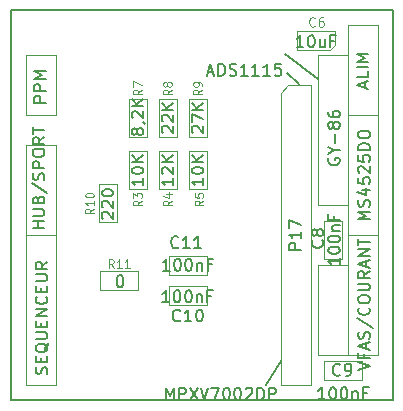
<source format=gbr>
G04 #@! TF.GenerationSoftware,KiCad,Pcbnew,(5.1.5)-3*
G04 #@! TF.CreationDate,2020-06-20T17:59:28+02:00*
G04 #@! TF.ProjectId,openXsensor,6f70656e-5873-4656-9e73-6f722e6b6963,rev?*
G04 #@! TF.SameCoordinates,Original*
G04 #@! TF.FileFunction,Other,Fab,Top*
%FSLAX46Y46*%
G04 Gerber Fmt 4.6, Leading zero omitted, Abs format (unit mm)*
G04 Created by KiCad (PCBNEW (5.1.5)-3) date 2020-06-20 17:59:28*
%MOMM*%
%LPD*%
G04 APERTURE LIST*
%ADD10C,0.150000*%
%ADD11C,0.100000*%
%ADD12C,0.120000*%
%ADD13C,0.105000*%
G04 APERTURE END LIST*
D10*
X132715000Y-82550000D02*
X132715000Y-115570000D01*
X165100000Y-82550000D02*
X132715000Y-82550000D01*
X165100000Y-115570000D02*
X165100000Y-82550000D01*
X132715000Y-115570000D02*
X165100000Y-115570000D01*
X154305000Y-114300000D02*
X155575000Y-112268000D01*
X155956000Y-86233000D02*
X158750000Y-88392000D01*
X156083000Y-87884000D02*
X157099000Y-88773000D01*
D11*
X156982500Y-85890000D02*
X159782500Y-85890000D01*
X159782500Y-85890000D02*
X160182500Y-85490000D01*
X160182500Y-85490000D02*
X160182500Y-84290000D01*
X160182500Y-84290000D02*
X156982500Y-84290000D01*
X156982500Y-84290000D02*
X156982500Y-85890000D01*
X160820000Y-103605000D02*
X159220000Y-103605000D01*
X160820000Y-100405000D02*
X160820000Y-103605000D01*
X159220000Y-100405000D02*
X160820000Y-100405000D01*
X159220000Y-103605000D02*
X159220000Y-100405000D01*
X159285000Y-112230000D02*
X162485000Y-112230000D01*
X162485000Y-112230000D02*
X162485000Y-113830000D01*
X162485000Y-113830000D02*
X159285000Y-113830000D01*
X159285000Y-113830000D02*
X159285000Y-112230000D01*
X149325000Y-105880000D02*
X149325000Y-107480000D01*
X146125000Y-105880000D02*
X149325000Y-105880000D01*
X146125000Y-107480000D02*
X146125000Y-105880000D01*
X149325000Y-107480000D02*
X146125000Y-107480000D01*
X149325000Y-104940000D02*
X146125000Y-104940000D01*
X146125000Y-104940000D02*
X146125000Y-103340000D01*
X146125000Y-103340000D02*
X149325000Y-103340000D01*
X149325000Y-103340000D02*
X149325000Y-104940000D01*
X133985000Y-93980000D02*
X133985000Y-101600000D01*
X133985000Y-101600000D02*
X136525000Y-101600000D01*
X136525000Y-101600000D02*
X136525000Y-93980000D01*
X136525000Y-93980000D02*
X133985000Y-93980000D01*
X133985000Y-86360000D02*
X133985000Y-91440000D01*
X133985000Y-91440000D02*
X136525000Y-91440000D01*
X136525000Y-91440000D02*
X136525000Y-86360000D01*
X136525000Y-86360000D02*
X133985000Y-86360000D01*
X161290000Y-101600000D02*
X161290000Y-111760000D01*
X161290000Y-111760000D02*
X163830000Y-111760000D01*
X163830000Y-111760000D02*
X163830000Y-101600000D01*
X163830000Y-101600000D02*
X161290000Y-101600000D01*
X158750000Y-86360000D02*
X158750000Y-99060000D01*
X158750000Y-99060000D02*
X161290000Y-99060000D01*
X161290000Y-99060000D02*
X161290000Y-86360000D01*
X161290000Y-86360000D02*
X158750000Y-86360000D01*
X161290000Y-83820000D02*
X161290000Y-91440000D01*
X161290000Y-91440000D02*
X163830000Y-91440000D01*
X163830000Y-91440000D02*
X163830000Y-83820000D01*
X163830000Y-83820000D02*
X161290000Y-83820000D01*
X133985000Y-101600000D02*
X133985000Y-114300000D01*
X133985000Y-114300000D02*
X136525000Y-114300000D01*
X136525000Y-114300000D02*
X136525000Y-101600000D01*
X136525000Y-101600000D02*
X133985000Y-101600000D01*
X156210000Y-88900000D02*
X158115000Y-88900000D01*
X158115000Y-88900000D02*
X158115000Y-114300000D01*
X158115000Y-114300000D02*
X155575000Y-114300000D01*
X155575000Y-114300000D02*
X155575000Y-89535000D01*
X155575000Y-89535000D02*
X156210000Y-88900000D01*
X161290000Y-91440000D02*
X161290000Y-101600000D01*
X161290000Y-101600000D02*
X163830000Y-101600000D01*
X163830000Y-101600000D02*
X163830000Y-91440000D01*
X163830000Y-91440000D02*
X161290000Y-91440000D01*
X161290000Y-104140000D02*
X158750000Y-104140000D01*
X161290000Y-111760000D02*
X161290000Y-104140000D01*
X158750000Y-111760000D02*
X161290000Y-111760000D01*
X158750000Y-104140000D02*
X158750000Y-111760000D01*
X142710000Y-94486000D02*
X144310000Y-94486000D01*
X142710000Y-97686000D02*
X142710000Y-94486000D01*
X144310000Y-97686000D02*
X142710000Y-97686000D01*
X144310000Y-94486000D02*
X144310000Y-97686000D01*
X146850000Y-94486000D02*
X146850000Y-97686000D01*
X146850000Y-97686000D02*
X145250000Y-97686000D01*
X145250000Y-97686000D02*
X145250000Y-94486000D01*
X145250000Y-94486000D02*
X146850000Y-94486000D01*
X147790000Y-94486000D02*
X149390000Y-94486000D01*
X147790000Y-97686000D02*
X147790000Y-94486000D01*
X149390000Y-97686000D02*
X147790000Y-97686000D01*
X149390000Y-94486000D02*
X149390000Y-97686000D01*
X144310000Y-90041000D02*
X144310000Y-93241000D01*
X144310000Y-93241000D02*
X142710000Y-93241000D01*
X142710000Y-93241000D02*
X142710000Y-90041000D01*
X142710000Y-90041000D02*
X144310000Y-90041000D01*
X145250000Y-90041000D02*
X146850000Y-90041000D01*
X145250000Y-93241000D02*
X145250000Y-90041000D01*
X146850000Y-93241000D02*
X145250000Y-93241000D01*
X146850000Y-90041000D02*
X146850000Y-93241000D01*
X147790000Y-90041000D02*
X149390000Y-90041000D01*
X147790000Y-93241000D02*
X147790000Y-90041000D01*
X149390000Y-93241000D02*
X147790000Y-93241000D01*
X149390000Y-90041000D02*
X149390000Y-93241000D01*
X141770000Y-97280000D02*
X141770000Y-100480000D01*
X141770000Y-100480000D02*
X140170000Y-100480000D01*
X140170000Y-100480000D02*
X140170000Y-97280000D01*
X140170000Y-97280000D02*
X141770000Y-97280000D01*
X140312000Y-106210000D02*
X140312000Y-104610000D01*
X143512000Y-106210000D02*
X140312000Y-106210000D01*
X143512000Y-104610000D02*
X143512000Y-106210000D01*
X140312000Y-104610000D02*
X143512000Y-104610000D01*
D10*
X157511071Y-85669380D02*
X156939642Y-85669380D01*
X157225357Y-85669380D02*
X157225357Y-84669380D01*
X157130119Y-84812238D01*
X157034880Y-84907476D01*
X156939642Y-84955095D01*
X158130119Y-84669380D02*
X158225357Y-84669380D01*
X158320595Y-84717000D01*
X158368214Y-84764619D01*
X158415833Y-84859857D01*
X158463452Y-85050333D01*
X158463452Y-85288428D01*
X158415833Y-85478904D01*
X158368214Y-85574142D01*
X158320595Y-85621761D01*
X158225357Y-85669380D01*
X158130119Y-85669380D01*
X158034880Y-85621761D01*
X157987261Y-85574142D01*
X157939642Y-85478904D01*
X157892023Y-85288428D01*
X157892023Y-85050333D01*
X157939642Y-84859857D01*
X157987261Y-84764619D01*
X158034880Y-84717000D01*
X158130119Y-84669380D01*
X159320595Y-85002714D02*
X159320595Y-85669380D01*
X158892023Y-85002714D02*
X158892023Y-85526523D01*
X158939642Y-85621761D01*
X159034880Y-85669380D01*
X159177738Y-85669380D01*
X159272976Y-85621761D01*
X159320595Y-85574142D01*
X160130119Y-85145571D02*
X159796785Y-85145571D01*
X159796785Y-85669380D02*
X159796785Y-84669380D01*
X160272976Y-84669380D01*
D12*
X158489666Y-83851714D02*
X158451571Y-83889809D01*
X158337285Y-83927904D01*
X158261095Y-83927904D01*
X158146809Y-83889809D01*
X158070619Y-83813619D01*
X158032523Y-83737428D01*
X157994428Y-83585047D01*
X157994428Y-83470761D01*
X158032523Y-83318380D01*
X158070619Y-83242190D01*
X158146809Y-83166000D01*
X158261095Y-83127904D01*
X158337285Y-83127904D01*
X158451571Y-83166000D01*
X158489666Y-83204095D01*
X159175380Y-83127904D02*
X159023000Y-83127904D01*
X158946809Y-83166000D01*
X158908714Y-83204095D01*
X158832523Y-83318380D01*
X158794428Y-83470761D01*
X158794428Y-83775523D01*
X158832523Y-83851714D01*
X158870619Y-83889809D01*
X158946809Y-83927904D01*
X159099190Y-83927904D01*
X159175380Y-83889809D01*
X159213476Y-83851714D01*
X159251571Y-83775523D01*
X159251571Y-83585047D01*
X159213476Y-83508857D01*
X159175380Y-83470761D01*
X159099190Y-83432666D01*
X158946809Y-83432666D01*
X158870619Y-83470761D01*
X158832523Y-83508857D01*
X158794428Y-83585047D01*
D10*
X160599380Y-103528619D02*
X160599380Y-104100047D01*
X160599380Y-103814333D02*
X159599380Y-103814333D01*
X159742238Y-103909571D01*
X159837476Y-104004809D01*
X159885095Y-104100047D01*
X159599380Y-102909571D02*
X159599380Y-102814333D01*
X159647000Y-102719095D01*
X159694619Y-102671476D01*
X159789857Y-102623857D01*
X159980333Y-102576238D01*
X160218428Y-102576238D01*
X160408904Y-102623857D01*
X160504142Y-102671476D01*
X160551761Y-102719095D01*
X160599380Y-102814333D01*
X160599380Y-102909571D01*
X160551761Y-103004809D01*
X160504142Y-103052428D01*
X160408904Y-103100047D01*
X160218428Y-103147666D01*
X159980333Y-103147666D01*
X159789857Y-103100047D01*
X159694619Y-103052428D01*
X159647000Y-103004809D01*
X159599380Y-102909571D01*
X159599380Y-101957190D02*
X159599380Y-101861952D01*
X159647000Y-101766714D01*
X159694619Y-101719095D01*
X159789857Y-101671476D01*
X159980333Y-101623857D01*
X160218428Y-101623857D01*
X160408904Y-101671476D01*
X160504142Y-101719095D01*
X160551761Y-101766714D01*
X160599380Y-101861952D01*
X160599380Y-101957190D01*
X160551761Y-102052428D01*
X160504142Y-102100047D01*
X160408904Y-102147666D01*
X160218428Y-102195285D01*
X159980333Y-102195285D01*
X159789857Y-102147666D01*
X159694619Y-102100047D01*
X159647000Y-102052428D01*
X159599380Y-101957190D01*
X159932714Y-101195285D02*
X160599380Y-101195285D01*
X160027952Y-101195285D02*
X159980333Y-101147666D01*
X159932714Y-101052428D01*
X159932714Y-100909571D01*
X159980333Y-100814333D01*
X160075571Y-100766714D01*
X160599380Y-100766714D01*
X160075571Y-99957190D02*
X160075571Y-100290523D01*
X160599380Y-100290523D02*
X159599380Y-100290523D01*
X159599380Y-99814333D01*
X159107142Y-102020666D02*
X159154761Y-102068285D01*
X159202380Y-102211142D01*
X159202380Y-102306380D01*
X159154761Y-102449238D01*
X159059523Y-102544476D01*
X158964285Y-102592095D01*
X158773809Y-102639714D01*
X158630952Y-102639714D01*
X158440476Y-102592095D01*
X158345238Y-102544476D01*
X158250000Y-102449238D01*
X158202380Y-102306380D01*
X158202380Y-102211142D01*
X158250000Y-102068285D01*
X158297619Y-102020666D01*
X158630952Y-101449238D02*
X158583333Y-101544476D01*
X158535714Y-101592095D01*
X158440476Y-101639714D01*
X158392857Y-101639714D01*
X158297619Y-101592095D01*
X158250000Y-101544476D01*
X158202380Y-101449238D01*
X158202380Y-101258761D01*
X158250000Y-101163523D01*
X158297619Y-101115904D01*
X158392857Y-101068285D01*
X158440476Y-101068285D01*
X158535714Y-101115904D01*
X158583333Y-101163523D01*
X158630952Y-101258761D01*
X158630952Y-101449238D01*
X158678571Y-101544476D01*
X158726190Y-101592095D01*
X158821428Y-101639714D01*
X159011904Y-101639714D01*
X159107142Y-101592095D01*
X159154761Y-101544476D01*
X159202380Y-101449238D01*
X159202380Y-101258761D01*
X159154761Y-101163523D01*
X159107142Y-101115904D01*
X159011904Y-101068285D01*
X158821428Y-101068285D01*
X158726190Y-101115904D01*
X158678571Y-101163523D01*
X158630952Y-101258761D01*
X159337380Y-115482380D02*
X158765952Y-115482380D01*
X159051666Y-115482380D02*
X159051666Y-114482380D01*
X158956428Y-114625238D01*
X158861190Y-114720476D01*
X158765952Y-114768095D01*
X159956428Y-114482380D02*
X160051666Y-114482380D01*
X160146904Y-114530000D01*
X160194523Y-114577619D01*
X160242142Y-114672857D01*
X160289761Y-114863333D01*
X160289761Y-115101428D01*
X160242142Y-115291904D01*
X160194523Y-115387142D01*
X160146904Y-115434761D01*
X160051666Y-115482380D01*
X159956428Y-115482380D01*
X159861190Y-115434761D01*
X159813571Y-115387142D01*
X159765952Y-115291904D01*
X159718333Y-115101428D01*
X159718333Y-114863333D01*
X159765952Y-114672857D01*
X159813571Y-114577619D01*
X159861190Y-114530000D01*
X159956428Y-114482380D01*
X160908809Y-114482380D02*
X161004047Y-114482380D01*
X161099285Y-114530000D01*
X161146904Y-114577619D01*
X161194523Y-114672857D01*
X161242142Y-114863333D01*
X161242142Y-115101428D01*
X161194523Y-115291904D01*
X161146904Y-115387142D01*
X161099285Y-115434761D01*
X161004047Y-115482380D01*
X160908809Y-115482380D01*
X160813571Y-115434761D01*
X160765952Y-115387142D01*
X160718333Y-115291904D01*
X160670714Y-115101428D01*
X160670714Y-114863333D01*
X160718333Y-114672857D01*
X160765952Y-114577619D01*
X160813571Y-114530000D01*
X160908809Y-114482380D01*
X161670714Y-114815714D02*
X161670714Y-115482380D01*
X161670714Y-114910952D02*
X161718333Y-114863333D01*
X161813571Y-114815714D01*
X161956428Y-114815714D01*
X162051666Y-114863333D01*
X162099285Y-114958571D01*
X162099285Y-115482380D01*
X162908809Y-114958571D02*
X162575476Y-114958571D01*
X162575476Y-115482380D02*
X162575476Y-114482380D01*
X163051666Y-114482380D01*
X160615333Y-113387142D02*
X160567714Y-113434761D01*
X160424857Y-113482380D01*
X160329619Y-113482380D01*
X160186761Y-113434761D01*
X160091523Y-113339523D01*
X160043904Y-113244285D01*
X159996285Y-113053809D01*
X159996285Y-112910952D01*
X160043904Y-112720476D01*
X160091523Y-112625238D01*
X160186761Y-112530000D01*
X160329619Y-112482380D01*
X160424857Y-112482380D01*
X160567714Y-112530000D01*
X160615333Y-112577619D01*
X161091523Y-113482380D02*
X161282000Y-113482380D01*
X161377238Y-113434761D01*
X161424857Y-113387142D01*
X161520095Y-113244285D01*
X161567714Y-113053809D01*
X161567714Y-112672857D01*
X161520095Y-112577619D01*
X161472476Y-112530000D01*
X161377238Y-112482380D01*
X161186761Y-112482380D01*
X161091523Y-112530000D01*
X161043904Y-112577619D01*
X160996285Y-112672857D01*
X160996285Y-112910952D01*
X161043904Y-113006190D01*
X161091523Y-113053809D01*
X161186761Y-113101428D01*
X161377238Y-113101428D01*
X161472476Y-113053809D01*
X161520095Y-113006190D01*
X161567714Y-112910952D01*
X146153380Y-107259380D02*
X145581952Y-107259380D01*
X145867666Y-107259380D02*
X145867666Y-106259380D01*
X145772428Y-106402238D01*
X145677190Y-106497476D01*
X145581952Y-106545095D01*
X146772428Y-106259380D02*
X146867666Y-106259380D01*
X146962904Y-106307000D01*
X147010523Y-106354619D01*
X147058142Y-106449857D01*
X147105761Y-106640333D01*
X147105761Y-106878428D01*
X147058142Y-107068904D01*
X147010523Y-107164142D01*
X146962904Y-107211761D01*
X146867666Y-107259380D01*
X146772428Y-107259380D01*
X146677190Y-107211761D01*
X146629571Y-107164142D01*
X146581952Y-107068904D01*
X146534333Y-106878428D01*
X146534333Y-106640333D01*
X146581952Y-106449857D01*
X146629571Y-106354619D01*
X146677190Y-106307000D01*
X146772428Y-106259380D01*
X147724809Y-106259380D02*
X147820047Y-106259380D01*
X147915285Y-106307000D01*
X147962904Y-106354619D01*
X148010523Y-106449857D01*
X148058142Y-106640333D01*
X148058142Y-106878428D01*
X148010523Y-107068904D01*
X147962904Y-107164142D01*
X147915285Y-107211761D01*
X147820047Y-107259380D01*
X147724809Y-107259380D01*
X147629571Y-107211761D01*
X147581952Y-107164142D01*
X147534333Y-107068904D01*
X147486714Y-106878428D01*
X147486714Y-106640333D01*
X147534333Y-106449857D01*
X147581952Y-106354619D01*
X147629571Y-106307000D01*
X147724809Y-106259380D01*
X148486714Y-106592714D02*
X148486714Y-107259380D01*
X148486714Y-106687952D02*
X148534333Y-106640333D01*
X148629571Y-106592714D01*
X148772428Y-106592714D01*
X148867666Y-106640333D01*
X148915285Y-106735571D01*
X148915285Y-107259380D01*
X149724809Y-106735571D02*
X149391476Y-106735571D01*
X149391476Y-107259380D02*
X149391476Y-106259380D01*
X149867666Y-106259380D01*
X147082142Y-108787142D02*
X147034523Y-108834761D01*
X146891666Y-108882380D01*
X146796428Y-108882380D01*
X146653571Y-108834761D01*
X146558333Y-108739523D01*
X146510714Y-108644285D01*
X146463095Y-108453809D01*
X146463095Y-108310952D01*
X146510714Y-108120476D01*
X146558333Y-108025238D01*
X146653571Y-107930000D01*
X146796428Y-107882380D01*
X146891666Y-107882380D01*
X147034523Y-107930000D01*
X147082142Y-107977619D01*
X148034523Y-108882380D02*
X147463095Y-108882380D01*
X147748809Y-108882380D02*
X147748809Y-107882380D01*
X147653571Y-108025238D01*
X147558333Y-108120476D01*
X147463095Y-108168095D01*
X148653571Y-107882380D02*
X148748809Y-107882380D01*
X148844047Y-107930000D01*
X148891666Y-107977619D01*
X148939285Y-108072857D01*
X148986904Y-108263333D01*
X148986904Y-108501428D01*
X148939285Y-108691904D01*
X148891666Y-108787142D01*
X148844047Y-108834761D01*
X148748809Y-108882380D01*
X148653571Y-108882380D01*
X148558333Y-108834761D01*
X148510714Y-108787142D01*
X148463095Y-108691904D01*
X148415476Y-108501428D01*
X148415476Y-108263333D01*
X148463095Y-108072857D01*
X148510714Y-107977619D01*
X148558333Y-107930000D01*
X148653571Y-107882380D01*
X146177380Y-104592380D02*
X145605952Y-104592380D01*
X145891666Y-104592380D02*
X145891666Y-103592380D01*
X145796428Y-103735238D01*
X145701190Y-103830476D01*
X145605952Y-103878095D01*
X146796428Y-103592380D02*
X146891666Y-103592380D01*
X146986904Y-103640000D01*
X147034523Y-103687619D01*
X147082142Y-103782857D01*
X147129761Y-103973333D01*
X147129761Y-104211428D01*
X147082142Y-104401904D01*
X147034523Y-104497142D01*
X146986904Y-104544761D01*
X146891666Y-104592380D01*
X146796428Y-104592380D01*
X146701190Y-104544761D01*
X146653571Y-104497142D01*
X146605952Y-104401904D01*
X146558333Y-104211428D01*
X146558333Y-103973333D01*
X146605952Y-103782857D01*
X146653571Y-103687619D01*
X146701190Y-103640000D01*
X146796428Y-103592380D01*
X147748809Y-103592380D02*
X147844047Y-103592380D01*
X147939285Y-103640000D01*
X147986904Y-103687619D01*
X148034523Y-103782857D01*
X148082142Y-103973333D01*
X148082142Y-104211428D01*
X148034523Y-104401904D01*
X147986904Y-104497142D01*
X147939285Y-104544761D01*
X147844047Y-104592380D01*
X147748809Y-104592380D01*
X147653571Y-104544761D01*
X147605952Y-104497142D01*
X147558333Y-104401904D01*
X147510714Y-104211428D01*
X147510714Y-103973333D01*
X147558333Y-103782857D01*
X147605952Y-103687619D01*
X147653571Y-103640000D01*
X147748809Y-103592380D01*
X148510714Y-103925714D02*
X148510714Y-104592380D01*
X148510714Y-104020952D02*
X148558333Y-103973333D01*
X148653571Y-103925714D01*
X148796428Y-103925714D01*
X148891666Y-103973333D01*
X148939285Y-104068571D01*
X148939285Y-104592380D01*
X149748809Y-104068571D02*
X149415476Y-104068571D01*
X149415476Y-104592380D02*
X149415476Y-103592380D01*
X149891666Y-103592380D01*
X146931142Y-102592142D02*
X146883523Y-102639761D01*
X146740666Y-102687380D01*
X146645428Y-102687380D01*
X146502571Y-102639761D01*
X146407333Y-102544523D01*
X146359714Y-102449285D01*
X146312095Y-102258809D01*
X146312095Y-102115952D01*
X146359714Y-101925476D01*
X146407333Y-101830238D01*
X146502571Y-101735000D01*
X146645428Y-101687380D01*
X146740666Y-101687380D01*
X146883523Y-101735000D01*
X146931142Y-101782619D01*
X147883523Y-102687380D02*
X147312095Y-102687380D01*
X147597809Y-102687380D02*
X147597809Y-101687380D01*
X147502571Y-101830238D01*
X147407333Y-101925476D01*
X147312095Y-101973095D01*
X148835904Y-102687380D02*
X148264476Y-102687380D01*
X148550190Y-102687380D02*
X148550190Y-101687380D01*
X148454952Y-101830238D01*
X148359714Y-101925476D01*
X148264476Y-101973095D01*
X135580380Y-100988285D02*
X134580380Y-100988285D01*
X135056571Y-100988285D02*
X135056571Y-100416857D01*
X135580380Y-100416857D02*
X134580380Y-100416857D01*
X134580380Y-99940666D02*
X135389904Y-99940666D01*
X135485142Y-99893047D01*
X135532761Y-99845428D01*
X135580380Y-99750190D01*
X135580380Y-99559714D01*
X135532761Y-99464476D01*
X135485142Y-99416857D01*
X135389904Y-99369238D01*
X134580380Y-99369238D01*
X135056571Y-98559714D02*
X135104190Y-98416857D01*
X135151809Y-98369238D01*
X135247047Y-98321619D01*
X135389904Y-98321619D01*
X135485142Y-98369238D01*
X135532761Y-98416857D01*
X135580380Y-98512095D01*
X135580380Y-98893047D01*
X134580380Y-98893047D01*
X134580380Y-98559714D01*
X134628000Y-98464476D01*
X134675619Y-98416857D01*
X134770857Y-98369238D01*
X134866095Y-98369238D01*
X134961333Y-98416857D01*
X135008952Y-98464476D01*
X135056571Y-98559714D01*
X135056571Y-98893047D01*
X134532761Y-97178761D02*
X135818476Y-98035904D01*
X135532761Y-96893047D02*
X135580380Y-96750190D01*
X135580380Y-96512095D01*
X135532761Y-96416857D01*
X135485142Y-96369238D01*
X135389904Y-96321619D01*
X135294666Y-96321619D01*
X135199428Y-96369238D01*
X135151809Y-96416857D01*
X135104190Y-96512095D01*
X135056571Y-96702571D01*
X135008952Y-96797809D01*
X134961333Y-96845428D01*
X134866095Y-96893047D01*
X134770857Y-96893047D01*
X134675619Y-96845428D01*
X134628000Y-96797809D01*
X134580380Y-96702571D01*
X134580380Y-96464476D01*
X134628000Y-96321619D01*
X135580380Y-95893047D02*
X134580380Y-95893047D01*
X134580380Y-95512095D01*
X134628000Y-95416857D01*
X134675619Y-95369238D01*
X134770857Y-95321619D01*
X134913714Y-95321619D01*
X135008952Y-95369238D01*
X135056571Y-95416857D01*
X135104190Y-95512095D01*
X135104190Y-95893047D01*
X134580380Y-94702571D02*
X134580380Y-94512095D01*
X134628000Y-94416857D01*
X134723238Y-94321619D01*
X134913714Y-94274000D01*
X135247047Y-94274000D01*
X135437523Y-94321619D01*
X135532761Y-94416857D01*
X135580380Y-94512095D01*
X135580380Y-94702571D01*
X135532761Y-94797809D01*
X135437523Y-94893047D01*
X135247047Y-94940666D01*
X134913714Y-94940666D01*
X134723238Y-94893047D01*
X134628000Y-94797809D01*
X134580380Y-94702571D01*
X135580380Y-93274000D02*
X135104190Y-93607333D01*
X135580380Y-93845428D02*
X134580380Y-93845428D01*
X134580380Y-93464476D01*
X134628000Y-93369238D01*
X134675619Y-93321619D01*
X134770857Y-93274000D01*
X134913714Y-93274000D01*
X135008952Y-93321619D01*
X135056571Y-93369238D01*
X135104190Y-93464476D01*
X135104190Y-93845428D01*
X134580380Y-92988285D02*
X134580380Y-92416857D01*
X135580380Y-92702571D02*
X134580380Y-92702571D01*
X135707380Y-90360333D02*
X134707380Y-90360333D01*
X134707380Y-89979380D01*
X134755000Y-89884142D01*
X134802619Y-89836523D01*
X134897857Y-89788904D01*
X135040714Y-89788904D01*
X135135952Y-89836523D01*
X135183571Y-89884142D01*
X135231190Y-89979380D01*
X135231190Y-90360333D01*
X135707380Y-89360333D02*
X134707380Y-89360333D01*
X134707380Y-88979380D01*
X134755000Y-88884142D01*
X134802619Y-88836523D01*
X134897857Y-88788904D01*
X135040714Y-88788904D01*
X135135952Y-88836523D01*
X135183571Y-88884142D01*
X135231190Y-88979380D01*
X135231190Y-89360333D01*
X135707380Y-88360333D02*
X134707380Y-88360333D01*
X135421666Y-88027000D01*
X134707380Y-87693666D01*
X135707380Y-87693666D01*
X162139380Y-113013428D02*
X163139380Y-112680095D01*
X162139380Y-112346761D01*
X162615571Y-111680095D02*
X162615571Y-112013428D01*
X163139380Y-112013428D02*
X162139380Y-112013428D01*
X162139380Y-111537238D01*
X162853666Y-111203904D02*
X162853666Y-110727714D01*
X163139380Y-111299142D02*
X162139380Y-110965809D01*
X163139380Y-110632476D01*
X163091761Y-110346761D02*
X163139380Y-110203904D01*
X163139380Y-109965809D01*
X163091761Y-109870571D01*
X163044142Y-109822952D01*
X162948904Y-109775333D01*
X162853666Y-109775333D01*
X162758428Y-109822952D01*
X162710809Y-109870571D01*
X162663190Y-109965809D01*
X162615571Y-110156285D01*
X162567952Y-110251523D01*
X162520333Y-110299142D01*
X162425095Y-110346761D01*
X162329857Y-110346761D01*
X162234619Y-110299142D01*
X162187000Y-110251523D01*
X162139380Y-110156285D01*
X162139380Y-109918190D01*
X162187000Y-109775333D01*
X162091761Y-108632476D02*
X163377476Y-109489619D01*
X163044142Y-107727714D02*
X163091761Y-107775333D01*
X163139380Y-107918190D01*
X163139380Y-108013428D01*
X163091761Y-108156285D01*
X162996523Y-108251523D01*
X162901285Y-108299142D01*
X162710809Y-108346761D01*
X162567952Y-108346761D01*
X162377476Y-108299142D01*
X162282238Y-108251523D01*
X162187000Y-108156285D01*
X162139380Y-108013428D01*
X162139380Y-107918190D01*
X162187000Y-107775333D01*
X162234619Y-107727714D01*
X162139380Y-107108666D02*
X162139380Y-106918190D01*
X162187000Y-106822952D01*
X162282238Y-106727714D01*
X162472714Y-106680095D01*
X162806047Y-106680095D01*
X162996523Y-106727714D01*
X163091761Y-106822952D01*
X163139380Y-106918190D01*
X163139380Y-107108666D01*
X163091761Y-107203904D01*
X162996523Y-107299142D01*
X162806047Y-107346761D01*
X162472714Y-107346761D01*
X162282238Y-107299142D01*
X162187000Y-107203904D01*
X162139380Y-107108666D01*
X162139380Y-106251523D02*
X162948904Y-106251523D01*
X163044142Y-106203904D01*
X163091761Y-106156285D01*
X163139380Y-106061047D01*
X163139380Y-105870571D01*
X163091761Y-105775333D01*
X163044142Y-105727714D01*
X162948904Y-105680095D01*
X162139380Y-105680095D01*
X163139380Y-104632476D02*
X162663190Y-104965809D01*
X163139380Y-105203904D02*
X162139380Y-105203904D01*
X162139380Y-104822952D01*
X162187000Y-104727714D01*
X162234619Y-104680095D01*
X162329857Y-104632476D01*
X162472714Y-104632476D01*
X162567952Y-104680095D01*
X162615571Y-104727714D01*
X162663190Y-104822952D01*
X162663190Y-105203904D01*
X162853666Y-104251523D02*
X162853666Y-103775333D01*
X163139380Y-104346761D02*
X162139380Y-104013428D01*
X163139380Y-103680095D01*
X163139380Y-103346761D02*
X162139380Y-103346761D01*
X163139380Y-102775333D01*
X162139380Y-102775333D01*
X162139380Y-102442000D02*
X162139380Y-101870571D01*
X163139380Y-102156285D02*
X162139380Y-102156285D01*
X159647000Y-95083095D02*
X159599380Y-95178333D01*
X159599380Y-95321190D01*
X159647000Y-95464047D01*
X159742238Y-95559285D01*
X159837476Y-95606904D01*
X160027952Y-95654523D01*
X160170809Y-95654523D01*
X160361285Y-95606904D01*
X160456523Y-95559285D01*
X160551761Y-95464047D01*
X160599380Y-95321190D01*
X160599380Y-95225952D01*
X160551761Y-95083095D01*
X160504142Y-95035476D01*
X160170809Y-95035476D01*
X160170809Y-95225952D01*
X160123190Y-94416428D02*
X160599380Y-94416428D01*
X159599380Y-94749761D02*
X160123190Y-94416428D01*
X159599380Y-94083095D01*
X160218428Y-93749761D02*
X160218428Y-92987857D01*
X160027952Y-92368809D02*
X159980333Y-92464047D01*
X159932714Y-92511666D01*
X159837476Y-92559285D01*
X159789857Y-92559285D01*
X159694619Y-92511666D01*
X159647000Y-92464047D01*
X159599380Y-92368809D01*
X159599380Y-92178333D01*
X159647000Y-92083095D01*
X159694619Y-92035476D01*
X159789857Y-91987857D01*
X159837476Y-91987857D01*
X159932714Y-92035476D01*
X159980333Y-92083095D01*
X160027952Y-92178333D01*
X160027952Y-92368809D01*
X160075571Y-92464047D01*
X160123190Y-92511666D01*
X160218428Y-92559285D01*
X160408904Y-92559285D01*
X160504142Y-92511666D01*
X160551761Y-92464047D01*
X160599380Y-92368809D01*
X160599380Y-92178333D01*
X160551761Y-92083095D01*
X160504142Y-92035476D01*
X160408904Y-91987857D01*
X160218428Y-91987857D01*
X160123190Y-92035476D01*
X160075571Y-92083095D01*
X160027952Y-92178333D01*
X159599380Y-91130714D02*
X159599380Y-91321190D01*
X159647000Y-91416428D01*
X159694619Y-91464047D01*
X159837476Y-91559285D01*
X160027952Y-91606904D01*
X160408904Y-91606904D01*
X160504142Y-91559285D01*
X160551761Y-91511666D01*
X160599380Y-91416428D01*
X160599380Y-91225952D01*
X160551761Y-91130714D01*
X160504142Y-91083095D01*
X160408904Y-91035476D01*
X160170809Y-91035476D01*
X160075571Y-91083095D01*
X160027952Y-91130714D01*
X159980333Y-91225952D01*
X159980333Y-91416428D01*
X160027952Y-91511666D01*
X160075571Y-91559285D01*
X160170809Y-91606904D01*
X162726666Y-89082380D02*
X162726666Y-88606190D01*
X163012380Y-89177619D02*
X162012380Y-88844285D01*
X163012380Y-88510952D01*
X163012380Y-87701428D02*
X163012380Y-88177619D01*
X162012380Y-88177619D01*
X163012380Y-87368095D02*
X162012380Y-87368095D01*
X163012380Y-86891904D02*
X162012380Y-86891904D01*
X162726666Y-86558571D01*
X162012380Y-86225238D01*
X163012380Y-86225238D01*
X135786761Y-113323095D02*
X135834380Y-113180238D01*
X135834380Y-112942142D01*
X135786761Y-112846904D01*
X135739142Y-112799285D01*
X135643904Y-112751666D01*
X135548666Y-112751666D01*
X135453428Y-112799285D01*
X135405809Y-112846904D01*
X135358190Y-112942142D01*
X135310571Y-113132619D01*
X135262952Y-113227857D01*
X135215333Y-113275476D01*
X135120095Y-113323095D01*
X135024857Y-113323095D01*
X134929619Y-113275476D01*
X134882000Y-113227857D01*
X134834380Y-113132619D01*
X134834380Y-112894523D01*
X134882000Y-112751666D01*
X135310571Y-112323095D02*
X135310571Y-111989761D01*
X135834380Y-111846904D02*
X135834380Y-112323095D01*
X134834380Y-112323095D01*
X134834380Y-111846904D01*
X135929619Y-110751666D02*
X135882000Y-110846904D01*
X135786761Y-110942142D01*
X135643904Y-111085000D01*
X135596285Y-111180238D01*
X135596285Y-111275476D01*
X135834380Y-111227857D02*
X135786761Y-111323095D01*
X135691523Y-111418333D01*
X135501047Y-111465952D01*
X135167714Y-111465952D01*
X134977238Y-111418333D01*
X134882000Y-111323095D01*
X134834380Y-111227857D01*
X134834380Y-111037380D01*
X134882000Y-110942142D01*
X134977238Y-110846904D01*
X135167714Y-110799285D01*
X135501047Y-110799285D01*
X135691523Y-110846904D01*
X135786761Y-110942142D01*
X135834380Y-111037380D01*
X135834380Y-111227857D01*
X134834380Y-110370714D02*
X135643904Y-110370714D01*
X135739142Y-110323095D01*
X135786761Y-110275476D01*
X135834380Y-110180238D01*
X135834380Y-109989761D01*
X135786761Y-109894523D01*
X135739142Y-109846904D01*
X135643904Y-109799285D01*
X134834380Y-109799285D01*
X135310571Y-109323095D02*
X135310571Y-108989761D01*
X135834380Y-108846904D02*
X135834380Y-109323095D01*
X134834380Y-109323095D01*
X134834380Y-108846904D01*
X135834380Y-108418333D02*
X134834380Y-108418333D01*
X135834380Y-107846904D01*
X134834380Y-107846904D01*
X135739142Y-106799285D02*
X135786761Y-106846904D01*
X135834380Y-106989761D01*
X135834380Y-107085000D01*
X135786761Y-107227857D01*
X135691523Y-107323095D01*
X135596285Y-107370714D01*
X135405809Y-107418333D01*
X135262952Y-107418333D01*
X135072476Y-107370714D01*
X134977238Y-107323095D01*
X134882000Y-107227857D01*
X134834380Y-107085000D01*
X134834380Y-106989761D01*
X134882000Y-106846904D01*
X134929619Y-106799285D01*
X135310571Y-106370714D02*
X135310571Y-106037380D01*
X135834380Y-105894523D02*
X135834380Y-106370714D01*
X134834380Y-106370714D01*
X134834380Y-105894523D01*
X134834380Y-105465952D02*
X135643904Y-105465952D01*
X135739142Y-105418333D01*
X135786761Y-105370714D01*
X135834380Y-105275476D01*
X135834380Y-105085000D01*
X135786761Y-104989761D01*
X135739142Y-104942142D01*
X135643904Y-104894523D01*
X134834380Y-104894523D01*
X135834380Y-103846904D02*
X135358190Y-104180238D01*
X135834380Y-104418333D02*
X134834380Y-104418333D01*
X134834380Y-104037380D01*
X134882000Y-103942142D01*
X134929619Y-103894523D01*
X135024857Y-103846904D01*
X135167714Y-103846904D01*
X135262952Y-103894523D01*
X135310571Y-103942142D01*
X135358190Y-104037380D01*
X135358190Y-104418333D01*
X149407952Y-87796666D02*
X149884142Y-87796666D01*
X149312714Y-88082380D02*
X149646047Y-87082380D01*
X149979380Y-88082380D01*
X150312714Y-88082380D02*
X150312714Y-87082380D01*
X150550809Y-87082380D01*
X150693666Y-87130000D01*
X150788904Y-87225238D01*
X150836523Y-87320476D01*
X150884142Y-87510952D01*
X150884142Y-87653809D01*
X150836523Y-87844285D01*
X150788904Y-87939523D01*
X150693666Y-88034761D01*
X150550809Y-88082380D01*
X150312714Y-88082380D01*
X151265095Y-88034761D02*
X151407952Y-88082380D01*
X151646047Y-88082380D01*
X151741285Y-88034761D01*
X151788904Y-87987142D01*
X151836523Y-87891904D01*
X151836523Y-87796666D01*
X151788904Y-87701428D01*
X151741285Y-87653809D01*
X151646047Y-87606190D01*
X151455571Y-87558571D01*
X151360333Y-87510952D01*
X151312714Y-87463333D01*
X151265095Y-87368095D01*
X151265095Y-87272857D01*
X151312714Y-87177619D01*
X151360333Y-87130000D01*
X151455571Y-87082380D01*
X151693666Y-87082380D01*
X151836523Y-87130000D01*
X152788904Y-88082380D02*
X152217476Y-88082380D01*
X152503190Y-88082380D02*
X152503190Y-87082380D01*
X152407952Y-87225238D01*
X152312714Y-87320476D01*
X152217476Y-87368095D01*
X153741285Y-88082380D02*
X153169857Y-88082380D01*
X153455571Y-88082380D02*
X153455571Y-87082380D01*
X153360333Y-87225238D01*
X153265095Y-87320476D01*
X153169857Y-87368095D01*
X154693666Y-88082380D02*
X154122238Y-88082380D01*
X154407952Y-88082380D02*
X154407952Y-87082380D01*
X154312714Y-87225238D01*
X154217476Y-87320476D01*
X154122238Y-87368095D01*
X155598428Y-87082380D02*
X155122238Y-87082380D01*
X155074619Y-87558571D01*
X155122238Y-87510952D01*
X155217476Y-87463333D01*
X155455571Y-87463333D01*
X155550809Y-87510952D01*
X155598428Y-87558571D01*
X155646047Y-87653809D01*
X155646047Y-87891904D01*
X155598428Y-87987142D01*
X155550809Y-88034761D01*
X155455571Y-88082380D01*
X155217476Y-88082380D01*
X155122238Y-88034761D01*
X155074619Y-87987142D01*
X157297380Y-102814285D02*
X156297380Y-102814285D01*
X156297380Y-102433333D01*
X156345000Y-102338095D01*
X156392619Y-102290476D01*
X156487857Y-102242857D01*
X156630714Y-102242857D01*
X156725952Y-102290476D01*
X156773571Y-102338095D01*
X156821190Y-102433333D01*
X156821190Y-102814285D01*
X157297380Y-101290476D02*
X157297380Y-101861904D01*
X157297380Y-101576190D02*
X156297380Y-101576190D01*
X156440238Y-101671428D01*
X156535476Y-101766666D01*
X156583095Y-101861904D01*
X156297380Y-100957142D02*
X156297380Y-100290476D01*
X157297380Y-100719047D01*
X163139380Y-100258095D02*
X162139380Y-100258095D01*
X162853666Y-99924761D01*
X162139380Y-99591428D01*
X163139380Y-99591428D01*
X163091761Y-99162857D02*
X163139380Y-99020000D01*
X163139380Y-98781904D01*
X163091761Y-98686666D01*
X163044142Y-98639047D01*
X162948904Y-98591428D01*
X162853666Y-98591428D01*
X162758428Y-98639047D01*
X162710809Y-98686666D01*
X162663190Y-98781904D01*
X162615571Y-98972380D01*
X162567952Y-99067619D01*
X162520333Y-99115238D01*
X162425095Y-99162857D01*
X162329857Y-99162857D01*
X162234619Y-99115238D01*
X162187000Y-99067619D01*
X162139380Y-98972380D01*
X162139380Y-98734285D01*
X162187000Y-98591428D01*
X162472714Y-97734285D02*
X163139380Y-97734285D01*
X162091761Y-97972380D02*
X162806047Y-98210476D01*
X162806047Y-97591428D01*
X162139380Y-96734285D02*
X162139380Y-97210476D01*
X162615571Y-97258095D01*
X162567952Y-97210476D01*
X162520333Y-97115238D01*
X162520333Y-96877142D01*
X162567952Y-96781904D01*
X162615571Y-96734285D01*
X162710809Y-96686666D01*
X162948904Y-96686666D01*
X163044142Y-96734285D01*
X163091761Y-96781904D01*
X163139380Y-96877142D01*
X163139380Y-97115238D01*
X163091761Y-97210476D01*
X163044142Y-97258095D01*
X162234619Y-96305714D02*
X162187000Y-96258095D01*
X162139380Y-96162857D01*
X162139380Y-95924761D01*
X162187000Y-95829523D01*
X162234619Y-95781904D01*
X162329857Y-95734285D01*
X162425095Y-95734285D01*
X162567952Y-95781904D01*
X163139380Y-96353333D01*
X163139380Y-95734285D01*
X162139380Y-94829523D02*
X162139380Y-95305714D01*
X162615571Y-95353333D01*
X162567952Y-95305714D01*
X162520333Y-95210476D01*
X162520333Y-94972380D01*
X162567952Y-94877142D01*
X162615571Y-94829523D01*
X162710809Y-94781904D01*
X162948904Y-94781904D01*
X163044142Y-94829523D01*
X163091761Y-94877142D01*
X163139380Y-94972380D01*
X163139380Y-95210476D01*
X163091761Y-95305714D01*
X163044142Y-95353333D01*
X163139380Y-94353333D02*
X162139380Y-94353333D01*
X162139380Y-94115238D01*
X162187000Y-93972380D01*
X162282238Y-93877142D01*
X162377476Y-93829523D01*
X162567952Y-93781904D01*
X162710809Y-93781904D01*
X162901285Y-93829523D01*
X162996523Y-93877142D01*
X163091761Y-93972380D01*
X163139380Y-94115238D01*
X163139380Y-94353333D01*
X162139380Y-93162857D02*
X162139380Y-92972380D01*
X162187000Y-92877142D01*
X162282238Y-92781904D01*
X162472714Y-92734285D01*
X162806047Y-92734285D01*
X162996523Y-92781904D01*
X163091761Y-92877142D01*
X163139380Y-92972380D01*
X163139380Y-93162857D01*
X163091761Y-93258095D01*
X162996523Y-93353333D01*
X162806047Y-93400952D01*
X162472714Y-93400952D01*
X162282238Y-93353333D01*
X162187000Y-93258095D01*
X162139380Y-93162857D01*
X145852142Y-115514380D02*
X145852142Y-114514380D01*
X146185476Y-115228666D01*
X146518809Y-114514380D01*
X146518809Y-115514380D01*
X146995000Y-115514380D02*
X146995000Y-114514380D01*
X147375952Y-114514380D01*
X147471190Y-114562000D01*
X147518809Y-114609619D01*
X147566428Y-114704857D01*
X147566428Y-114847714D01*
X147518809Y-114942952D01*
X147471190Y-114990571D01*
X147375952Y-115038190D01*
X146995000Y-115038190D01*
X147899761Y-114514380D02*
X148566428Y-115514380D01*
X148566428Y-114514380D02*
X147899761Y-115514380D01*
X148804523Y-114514380D02*
X149137857Y-115514380D01*
X149471190Y-114514380D01*
X149709285Y-114514380D02*
X150375952Y-114514380D01*
X149947380Y-115514380D01*
X150947380Y-114514380D02*
X151042619Y-114514380D01*
X151137857Y-114562000D01*
X151185476Y-114609619D01*
X151233095Y-114704857D01*
X151280714Y-114895333D01*
X151280714Y-115133428D01*
X151233095Y-115323904D01*
X151185476Y-115419142D01*
X151137857Y-115466761D01*
X151042619Y-115514380D01*
X150947380Y-115514380D01*
X150852142Y-115466761D01*
X150804523Y-115419142D01*
X150756904Y-115323904D01*
X150709285Y-115133428D01*
X150709285Y-114895333D01*
X150756904Y-114704857D01*
X150804523Y-114609619D01*
X150852142Y-114562000D01*
X150947380Y-114514380D01*
X151899761Y-114514380D02*
X151995000Y-114514380D01*
X152090238Y-114562000D01*
X152137857Y-114609619D01*
X152185476Y-114704857D01*
X152233095Y-114895333D01*
X152233095Y-115133428D01*
X152185476Y-115323904D01*
X152137857Y-115419142D01*
X152090238Y-115466761D01*
X151995000Y-115514380D01*
X151899761Y-115514380D01*
X151804523Y-115466761D01*
X151756904Y-115419142D01*
X151709285Y-115323904D01*
X151661666Y-115133428D01*
X151661666Y-114895333D01*
X151709285Y-114704857D01*
X151756904Y-114609619D01*
X151804523Y-114562000D01*
X151899761Y-114514380D01*
X152614047Y-114609619D02*
X152661666Y-114562000D01*
X152756904Y-114514380D01*
X152995000Y-114514380D01*
X153090238Y-114562000D01*
X153137857Y-114609619D01*
X153185476Y-114704857D01*
X153185476Y-114800095D01*
X153137857Y-114942952D01*
X152566428Y-115514380D01*
X153185476Y-115514380D01*
X153614047Y-115514380D02*
X153614047Y-114514380D01*
X153852142Y-114514380D01*
X153995000Y-114562000D01*
X154090238Y-114657238D01*
X154137857Y-114752476D01*
X154185476Y-114942952D01*
X154185476Y-115085809D01*
X154137857Y-115276285D01*
X154090238Y-115371523D01*
X153995000Y-115466761D01*
X153852142Y-115514380D01*
X153614047Y-115514380D01*
X154614047Y-115514380D02*
X154614047Y-114514380D01*
X154995000Y-114514380D01*
X155090238Y-114562000D01*
X155137857Y-114609619D01*
X155185476Y-114704857D01*
X155185476Y-114847714D01*
X155137857Y-114942952D01*
X155090238Y-114990571D01*
X154995000Y-115038190D01*
X154614047Y-115038190D01*
X143962380Y-96776476D02*
X143962380Y-97347904D01*
X143962380Y-97062190D02*
X142962380Y-97062190D01*
X143105238Y-97157428D01*
X143200476Y-97252666D01*
X143248095Y-97347904D01*
X142962380Y-96157428D02*
X142962380Y-96062190D01*
X143010000Y-95966952D01*
X143057619Y-95919333D01*
X143152857Y-95871714D01*
X143343333Y-95824095D01*
X143581428Y-95824095D01*
X143771904Y-95871714D01*
X143867142Y-95919333D01*
X143914761Y-95966952D01*
X143962380Y-96062190D01*
X143962380Y-96157428D01*
X143914761Y-96252666D01*
X143867142Y-96300285D01*
X143771904Y-96347904D01*
X143581428Y-96395523D01*
X143343333Y-96395523D01*
X143152857Y-96347904D01*
X143057619Y-96300285D01*
X143010000Y-96252666D01*
X142962380Y-96157428D01*
X143962380Y-95395523D02*
X142962380Y-95395523D01*
X143962380Y-94824095D02*
X143390952Y-95252666D01*
X142962380Y-94824095D02*
X143533809Y-95395523D01*
D13*
X143826666Y-98668666D02*
X143493333Y-98902000D01*
X143826666Y-99068666D02*
X143126666Y-99068666D01*
X143126666Y-98802000D01*
X143160000Y-98735333D01*
X143193333Y-98702000D01*
X143260000Y-98668666D01*
X143360000Y-98668666D01*
X143426666Y-98702000D01*
X143460000Y-98735333D01*
X143493333Y-98802000D01*
X143493333Y-99068666D01*
X143126666Y-98435333D02*
X143126666Y-98002000D01*
X143393333Y-98235333D01*
X143393333Y-98135333D01*
X143426666Y-98068666D01*
X143460000Y-98035333D01*
X143526666Y-98002000D01*
X143693333Y-98002000D01*
X143760000Y-98035333D01*
X143793333Y-98068666D01*
X143826666Y-98135333D01*
X143826666Y-98335333D01*
X143793333Y-98402000D01*
X143760000Y-98435333D01*
D10*
X146502380Y-96776476D02*
X146502380Y-97347904D01*
X146502380Y-97062190D02*
X145502380Y-97062190D01*
X145645238Y-97157428D01*
X145740476Y-97252666D01*
X145788095Y-97347904D01*
X145597619Y-96395523D02*
X145550000Y-96347904D01*
X145502380Y-96252666D01*
X145502380Y-96014571D01*
X145550000Y-95919333D01*
X145597619Y-95871714D01*
X145692857Y-95824095D01*
X145788095Y-95824095D01*
X145930952Y-95871714D01*
X146502380Y-96443142D01*
X146502380Y-95824095D01*
X146502380Y-95395523D02*
X145502380Y-95395523D01*
X146502380Y-94824095D02*
X145930952Y-95252666D01*
X145502380Y-94824095D02*
X146073809Y-95395523D01*
D13*
X146366666Y-98668666D02*
X146033333Y-98902000D01*
X146366666Y-99068666D02*
X145666666Y-99068666D01*
X145666666Y-98802000D01*
X145700000Y-98735333D01*
X145733333Y-98702000D01*
X145800000Y-98668666D01*
X145900000Y-98668666D01*
X145966666Y-98702000D01*
X146000000Y-98735333D01*
X146033333Y-98802000D01*
X146033333Y-99068666D01*
X145900000Y-98068666D02*
X146366666Y-98068666D01*
X145633333Y-98235333D02*
X146133333Y-98402000D01*
X146133333Y-97968666D01*
D10*
X149042380Y-96776476D02*
X149042380Y-97347904D01*
X149042380Y-97062190D02*
X148042380Y-97062190D01*
X148185238Y-97157428D01*
X148280476Y-97252666D01*
X148328095Y-97347904D01*
X148042380Y-96157428D02*
X148042380Y-96062190D01*
X148090000Y-95966952D01*
X148137619Y-95919333D01*
X148232857Y-95871714D01*
X148423333Y-95824095D01*
X148661428Y-95824095D01*
X148851904Y-95871714D01*
X148947142Y-95919333D01*
X148994761Y-95966952D01*
X149042380Y-96062190D01*
X149042380Y-96157428D01*
X148994761Y-96252666D01*
X148947142Y-96300285D01*
X148851904Y-96347904D01*
X148661428Y-96395523D01*
X148423333Y-96395523D01*
X148232857Y-96347904D01*
X148137619Y-96300285D01*
X148090000Y-96252666D01*
X148042380Y-96157428D01*
X149042380Y-95395523D02*
X148042380Y-95395523D01*
X149042380Y-94824095D02*
X148470952Y-95252666D01*
X148042380Y-94824095D02*
X148613809Y-95395523D01*
D13*
X149033666Y-98668666D02*
X148700333Y-98902000D01*
X149033666Y-99068666D02*
X148333666Y-99068666D01*
X148333666Y-98802000D01*
X148367000Y-98735333D01*
X148400333Y-98702000D01*
X148467000Y-98668666D01*
X148567000Y-98668666D01*
X148633666Y-98702000D01*
X148667000Y-98735333D01*
X148700333Y-98802000D01*
X148700333Y-99068666D01*
X148333666Y-98035333D02*
X148333666Y-98368666D01*
X148667000Y-98402000D01*
X148633666Y-98368666D01*
X148600333Y-98302000D01*
X148600333Y-98135333D01*
X148633666Y-98068666D01*
X148667000Y-98035333D01*
X148733666Y-98002000D01*
X148900333Y-98002000D01*
X148967000Y-98035333D01*
X149000333Y-98068666D01*
X149033666Y-98135333D01*
X149033666Y-98302000D01*
X149000333Y-98368666D01*
X148967000Y-98402000D01*
D10*
X143390952Y-92897523D02*
X143343333Y-92992761D01*
X143295714Y-93040380D01*
X143200476Y-93088000D01*
X143152857Y-93088000D01*
X143057619Y-93040380D01*
X143010000Y-92992761D01*
X142962380Y-92897523D01*
X142962380Y-92707047D01*
X143010000Y-92611809D01*
X143057619Y-92564190D01*
X143152857Y-92516571D01*
X143200476Y-92516571D01*
X143295714Y-92564190D01*
X143343333Y-92611809D01*
X143390952Y-92707047D01*
X143390952Y-92897523D01*
X143438571Y-92992761D01*
X143486190Y-93040380D01*
X143581428Y-93088000D01*
X143771904Y-93088000D01*
X143867142Y-93040380D01*
X143914761Y-92992761D01*
X143962380Y-92897523D01*
X143962380Y-92707047D01*
X143914761Y-92611809D01*
X143867142Y-92564190D01*
X143771904Y-92516571D01*
X143581428Y-92516571D01*
X143486190Y-92564190D01*
X143438571Y-92611809D01*
X143390952Y-92707047D01*
X143914761Y-92040380D02*
X143962380Y-92040380D01*
X144057619Y-92088000D01*
X144105238Y-92135619D01*
X143057619Y-91659428D02*
X143010000Y-91611809D01*
X142962380Y-91516571D01*
X142962380Y-91278476D01*
X143010000Y-91183238D01*
X143057619Y-91135619D01*
X143152857Y-91088000D01*
X143248095Y-91088000D01*
X143390952Y-91135619D01*
X143962380Y-91707047D01*
X143962380Y-91088000D01*
X143962380Y-90659428D02*
X142962380Y-90659428D01*
X143962380Y-90088000D02*
X143390952Y-90516571D01*
X142962380Y-90088000D02*
X143533809Y-90659428D01*
D13*
X143826666Y-89270666D02*
X143493333Y-89504000D01*
X143826666Y-89670666D02*
X143126666Y-89670666D01*
X143126666Y-89404000D01*
X143160000Y-89337333D01*
X143193333Y-89304000D01*
X143260000Y-89270666D01*
X143360000Y-89270666D01*
X143426666Y-89304000D01*
X143460000Y-89337333D01*
X143493333Y-89404000D01*
X143493333Y-89670666D01*
X143126666Y-89037333D02*
X143126666Y-88570666D01*
X143826666Y-88870666D01*
D10*
X145597619Y-92902904D02*
X145550000Y-92855285D01*
X145502380Y-92760047D01*
X145502380Y-92521952D01*
X145550000Y-92426714D01*
X145597619Y-92379095D01*
X145692857Y-92331476D01*
X145788095Y-92331476D01*
X145930952Y-92379095D01*
X146502380Y-92950523D01*
X146502380Y-92331476D01*
X145597619Y-91950523D02*
X145550000Y-91902904D01*
X145502380Y-91807666D01*
X145502380Y-91569571D01*
X145550000Y-91474333D01*
X145597619Y-91426714D01*
X145692857Y-91379095D01*
X145788095Y-91379095D01*
X145930952Y-91426714D01*
X146502380Y-91998142D01*
X146502380Y-91379095D01*
X146502380Y-90950523D02*
X145502380Y-90950523D01*
X146502380Y-90379095D02*
X145930952Y-90807666D01*
X145502380Y-90379095D02*
X146073809Y-90950523D01*
D13*
X146366666Y-89270666D02*
X146033333Y-89504000D01*
X146366666Y-89670666D02*
X145666666Y-89670666D01*
X145666666Y-89404000D01*
X145700000Y-89337333D01*
X145733333Y-89304000D01*
X145800000Y-89270666D01*
X145900000Y-89270666D01*
X145966666Y-89304000D01*
X146000000Y-89337333D01*
X146033333Y-89404000D01*
X146033333Y-89670666D01*
X145966666Y-88870666D02*
X145933333Y-88937333D01*
X145900000Y-88970666D01*
X145833333Y-89004000D01*
X145800000Y-89004000D01*
X145733333Y-88970666D01*
X145700000Y-88937333D01*
X145666666Y-88870666D01*
X145666666Y-88737333D01*
X145700000Y-88670666D01*
X145733333Y-88637333D01*
X145800000Y-88604000D01*
X145833333Y-88604000D01*
X145900000Y-88637333D01*
X145933333Y-88670666D01*
X145966666Y-88737333D01*
X145966666Y-88870666D01*
X146000000Y-88937333D01*
X146033333Y-88970666D01*
X146100000Y-89004000D01*
X146233333Y-89004000D01*
X146300000Y-88970666D01*
X146333333Y-88937333D01*
X146366666Y-88870666D01*
X146366666Y-88737333D01*
X146333333Y-88670666D01*
X146300000Y-88637333D01*
X146233333Y-88604000D01*
X146100000Y-88604000D01*
X146033333Y-88637333D01*
X146000000Y-88670666D01*
X145966666Y-88737333D01*
D10*
X148137619Y-92902904D02*
X148090000Y-92855285D01*
X148042380Y-92760047D01*
X148042380Y-92521952D01*
X148090000Y-92426714D01*
X148137619Y-92379095D01*
X148232857Y-92331476D01*
X148328095Y-92331476D01*
X148470952Y-92379095D01*
X149042380Y-92950523D01*
X149042380Y-92331476D01*
X148042380Y-91998142D02*
X148042380Y-91331476D01*
X149042380Y-91760047D01*
X149042380Y-90950523D02*
X148042380Y-90950523D01*
X149042380Y-90379095D02*
X148470952Y-90807666D01*
X148042380Y-90379095D02*
X148613809Y-90950523D01*
D13*
X148906666Y-89270666D02*
X148573333Y-89504000D01*
X148906666Y-89670666D02*
X148206666Y-89670666D01*
X148206666Y-89404000D01*
X148240000Y-89337333D01*
X148273333Y-89304000D01*
X148340000Y-89270666D01*
X148440000Y-89270666D01*
X148506666Y-89304000D01*
X148540000Y-89337333D01*
X148573333Y-89404000D01*
X148573333Y-89670666D01*
X148906666Y-88937333D02*
X148906666Y-88804000D01*
X148873333Y-88737333D01*
X148840000Y-88704000D01*
X148740000Y-88637333D01*
X148606666Y-88604000D01*
X148340000Y-88604000D01*
X148273333Y-88637333D01*
X148240000Y-88670666D01*
X148206666Y-88737333D01*
X148206666Y-88870666D01*
X148240000Y-88937333D01*
X148273333Y-88970666D01*
X148340000Y-89004000D01*
X148506666Y-89004000D01*
X148573333Y-88970666D01*
X148606666Y-88937333D01*
X148640000Y-88870666D01*
X148640000Y-88737333D01*
X148606666Y-88670666D01*
X148573333Y-88637333D01*
X148506666Y-88604000D01*
D10*
X140517619Y-100192095D02*
X140470000Y-100144476D01*
X140422380Y-100049238D01*
X140422380Y-99811142D01*
X140470000Y-99715904D01*
X140517619Y-99668285D01*
X140612857Y-99620666D01*
X140708095Y-99620666D01*
X140850952Y-99668285D01*
X141422380Y-100239714D01*
X141422380Y-99620666D01*
X140517619Y-99239714D02*
X140470000Y-99192095D01*
X140422380Y-99096857D01*
X140422380Y-98858761D01*
X140470000Y-98763523D01*
X140517619Y-98715904D01*
X140612857Y-98668285D01*
X140708095Y-98668285D01*
X140850952Y-98715904D01*
X141422380Y-99287333D01*
X141422380Y-98668285D01*
X140422380Y-98049238D02*
X140422380Y-97954000D01*
X140470000Y-97858761D01*
X140517619Y-97811142D01*
X140612857Y-97763523D01*
X140803333Y-97715904D01*
X141041428Y-97715904D01*
X141231904Y-97763523D01*
X141327142Y-97811142D01*
X141374761Y-97858761D01*
X141422380Y-97954000D01*
X141422380Y-98049238D01*
X141374761Y-98144476D01*
X141327142Y-98192095D01*
X141231904Y-98239714D01*
X141041428Y-98287333D01*
X140803333Y-98287333D01*
X140612857Y-98239714D01*
X140517619Y-98192095D01*
X140470000Y-98144476D01*
X140422380Y-98049238D01*
D13*
X139762666Y-99330000D02*
X139429333Y-99563333D01*
X139762666Y-99730000D02*
X139062666Y-99730000D01*
X139062666Y-99463333D01*
X139096000Y-99396666D01*
X139129333Y-99363333D01*
X139196000Y-99330000D01*
X139296000Y-99330000D01*
X139362666Y-99363333D01*
X139396000Y-99396666D01*
X139429333Y-99463333D01*
X139429333Y-99730000D01*
X139762666Y-98663333D02*
X139762666Y-99063333D01*
X139762666Y-98863333D02*
X139062666Y-98863333D01*
X139162666Y-98930000D01*
X139229333Y-98996666D01*
X139262666Y-99063333D01*
X139062666Y-98230000D02*
X139062666Y-98163333D01*
X139096000Y-98096666D01*
X139129333Y-98063333D01*
X139196000Y-98030000D01*
X139329333Y-97996666D01*
X139496000Y-97996666D01*
X139629333Y-98030000D01*
X139696000Y-98063333D01*
X139729333Y-98096666D01*
X139762666Y-98163333D01*
X139762666Y-98230000D01*
X139729333Y-98296666D01*
X139696000Y-98330000D01*
X139629333Y-98363333D01*
X139496000Y-98396666D01*
X139329333Y-98396666D01*
X139196000Y-98363333D01*
X139129333Y-98330000D01*
X139096000Y-98296666D01*
X139062666Y-98230000D01*
D10*
X141938380Y-104989380D02*
X142033619Y-104989380D01*
X142128857Y-105037000D01*
X142176476Y-105084619D01*
X142224095Y-105179857D01*
X142271714Y-105370333D01*
X142271714Y-105608428D01*
X142224095Y-105798904D01*
X142176476Y-105894142D01*
X142128857Y-105941761D01*
X142033619Y-105989380D01*
X141938380Y-105989380D01*
X141843142Y-105941761D01*
X141795523Y-105894142D01*
X141747904Y-105798904D01*
X141700285Y-105608428D01*
X141700285Y-105370333D01*
X141747904Y-105179857D01*
X141795523Y-105084619D01*
X141843142Y-105037000D01*
X141938380Y-104989380D01*
D13*
X141462000Y-104329666D02*
X141228666Y-103996333D01*
X141062000Y-104329666D02*
X141062000Y-103629666D01*
X141328666Y-103629666D01*
X141395333Y-103663000D01*
X141428666Y-103696333D01*
X141462000Y-103763000D01*
X141462000Y-103863000D01*
X141428666Y-103929666D01*
X141395333Y-103963000D01*
X141328666Y-103996333D01*
X141062000Y-103996333D01*
X142128666Y-104329666D02*
X141728666Y-104329666D01*
X141928666Y-104329666D02*
X141928666Y-103629666D01*
X141862000Y-103729666D01*
X141795333Y-103796333D01*
X141728666Y-103829666D01*
X142795333Y-104329666D02*
X142395333Y-104329666D01*
X142595333Y-104329666D02*
X142595333Y-103629666D01*
X142528666Y-103729666D01*
X142462000Y-103796333D01*
X142395333Y-103829666D01*
M02*

</source>
